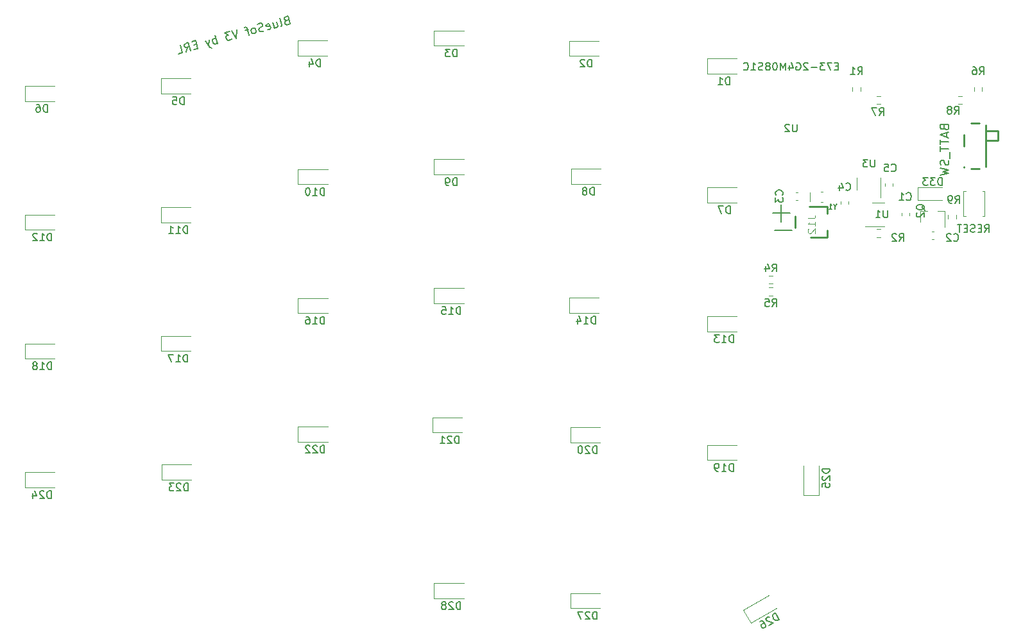
<source format=gbo>
G04 #@! TF.GenerationSoftware,KiCad,Pcbnew,(5.99.0-8557-g8988e46ab1)*
G04 #@! TF.CreationDate,2021-02-20T09:48:14-07:00*
G04 #@! TF.ProjectId,BlueSof,426c7565-536f-4662-9e6b-696361645f70,rev?*
G04 #@! TF.SameCoordinates,PX85099e0PY51bada0*
G04 #@! TF.FileFunction,Legend,Bot*
G04 #@! TF.FilePolarity,Positive*
%FSLAX46Y46*%
G04 Gerber Fmt 4.6, Leading zero omitted, Abs format (unit mm)*
G04 Created by KiCad (PCBNEW (5.99.0-8557-g8988e46ab1)) date 2021-02-20 09:48:14*
%MOMM*%
%LPD*%
G01*
G04 APERTURE LIST*
%ADD10C,0.150000*%
%ADD11C,0.200000*%
%ADD12C,0.015000*%
%ADD13C,0.152000*%
%ADD14C,0.120000*%
%ADD15C,0.254000*%
G04 APERTURE END LIST*
D10*
X52926288Y18108843D02*
X52926288Y15823128D01*
X54069145Y16965985D02*
X51783431Y16965985D01*
X52069145Y14680271D02*
X54354860Y14680271D01*
D11*
X-12376666Y42399214D02*
X-12514897Y42307947D01*
X-12551936Y42243793D01*
X-12575417Y42129044D01*
X-12534746Y41977256D01*
X-12457035Y41889621D01*
X-12392882Y41852582D01*
X-12278133Y41829100D01*
X-11873364Y41937557D01*
X-12158065Y43000076D01*
X-12512237Y42905176D01*
X-12599872Y42827465D01*
X-12636911Y42763312D01*
X-12660393Y42648562D01*
X-12633279Y42547370D01*
X-12555568Y42459735D01*
X-12491415Y42422696D01*
X-12376666Y42399214D01*
X-12022493Y42494115D01*
X-13087670Y41612185D02*
X-13000035Y41689895D01*
X-12976554Y41804645D01*
X-13220583Y42715375D01*
X-14137605Y42090058D02*
X-13947804Y41381713D01*
X-13682240Y42212073D02*
X-13533111Y41655516D01*
X-13556593Y41540766D01*
X-13644228Y41463056D01*
X-13796016Y41422384D01*
X-13910765Y41445866D01*
X-13974919Y41482905D01*
X-14872092Y41188280D02*
X-14757342Y41164798D01*
X-14554958Y41219027D01*
X-14467323Y41296737D01*
X-14443841Y41411486D01*
X-14552298Y41816255D01*
X-14630009Y41903890D01*
X-14744758Y41927372D01*
X-14947143Y41873143D01*
X-15034778Y41795433D01*
X-15058260Y41680683D01*
X-15031145Y41579491D01*
X-14498070Y41613871D01*
X-15327457Y41066265D02*
X-15465688Y40974997D01*
X-15718668Y40907211D01*
X-15833418Y40930693D01*
X-15897571Y40967732D01*
X-15975282Y41055367D01*
X-16002396Y41156559D01*
X-15978914Y41271309D01*
X-15941875Y41335462D01*
X-15854240Y41413172D01*
X-15665413Y41517997D01*
X-15577778Y41595708D01*
X-15540739Y41659861D01*
X-15517257Y41774610D01*
X-15544372Y41875803D01*
X-15622082Y41963438D01*
X-15686235Y42000477D01*
X-15800985Y42023958D01*
X-16053965Y41956172D01*
X-16192197Y41864905D01*
X-16528206Y40690296D02*
X-16440571Y40768007D01*
X-16403532Y40832160D01*
X-16380051Y40946909D01*
X-16461394Y41250486D01*
X-16539104Y41338121D01*
X-16603257Y41375160D01*
X-16718007Y41398642D01*
X-16869795Y41357970D01*
X-16957430Y41280260D01*
X-16994469Y41216106D01*
X-17017951Y41101357D01*
X-16936608Y40797780D01*
X-16858897Y40710145D01*
X-16794744Y40673106D01*
X-16679995Y40649625D01*
X-16528206Y40690296D01*
X-17375756Y41222398D02*
X-17780525Y41113941D01*
X-17337744Y40473381D02*
X-17581773Y41384111D01*
X-17659484Y41471746D01*
X-17774233Y41495228D01*
X-17875426Y41468114D01*
X-18887348Y41196970D02*
X-18956820Y40039551D01*
X-19595694Y41007169D01*
X-19848674Y40939383D02*
X-20506424Y40763140D01*
X-20043793Y40453271D01*
X-20195582Y40412600D01*
X-20283217Y40334889D01*
X-20320256Y40270736D01*
X-20343737Y40155986D01*
X-20275951Y39903006D01*
X-20198241Y39815371D01*
X-20134088Y39778332D01*
X-20019338Y39754850D01*
X-19715761Y39836193D01*
X-19628126Y39913904D01*
X-19591088Y39978057D01*
X-21486625Y39361692D02*
X-21771326Y40424210D01*
X-21662869Y40019441D02*
X-21777618Y40042923D01*
X-21980003Y39988694D01*
X-22067638Y39910984D01*
X-22104677Y39846830D01*
X-22128159Y39732081D01*
X-22046815Y39428504D01*
X-21969105Y39340869D01*
X-21904952Y39303830D01*
X-21790202Y39280349D01*
X-21587818Y39334577D01*
X-21500183Y39412288D01*
X-22536560Y39839565D02*
X-22599740Y39063434D01*
X-23042521Y39703993D02*
X-22599740Y39063434D01*
X-22430762Y38837567D01*
X-22366609Y38800528D01*
X-22251859Y38777047D01*
X-24216156Y39226832D02*
X-24570329Y39131932D01*
X-24572988Y38534703D02*
X-24067027Y38670275D01*
X-24351728Y39732794D01*
X-24857689Y39597222D01*
X-25635507Y38250002D02*
X-25416906Y38850864D01*
X-25028354Y38412689D02*
X-25313054Y39475207D01*
X-25717823Y39366749D01*
X-25805458Y39289039D01*
X-25842497Y39224886D01*
X-25865979Y39110136D01*
X-25825308Y38958348D01*
X-25747597Y38870713D01*
X-25683444Y38833674D01*
X-25568694Y38810192D01*
X-25163925Y38918650D01*
X-26596833Y37992416D02*
X-26090872Y38127988D01*
X-26375573Y39190506D01*
D10*
X27911095Y36247620D02*
X27911095Y37247620D01*
X27673000Y37247620D01*
X27530142Y37200000D01*
X27434904Y37104762D01*
X27387285Y37009524D01*
X27339666Y36819048D01*
X27339666Y36676191D01*
X27387285Y36485715D01*
X27434904Y36390477D01*
X27530142Y36295239D01*
X27673000Y36247620D01*
X27911095Y36247620D01*
X26958714Y37152381D02*
X26911095Y37200000D01*
X26815857Y37247620D01*
X26577761Y37247620D01*
X26482523Y37200000D01*
X26434904Y37152381D01*
X26387285Y37057143D01*
X26387285Y36961905D01*
X26434904Y36819048D01*
X27006333Y36247620D01*
X26387285Y36247620D01*
X10111095Y37597620D02*
X10111095Y38597620D01*
X9873000Y38597620D01*
X9730142Y38550000D01*
X9634904Y38454762D01*
X9587285Y38359524D01*
X9539666Y38169048D01*
X9539666Y38026191D01*
X9587285Y37835715D01*
X9634904Y37740477D01*
X9730142Y37645239D01*
X9873000Y37597620D01*
X10111095Y37597620D01*
X9206333Y38597620D02*
X8587285Y38597620D01*
X8920619Y38216667D01*
X8777761Y38216667D01*
X8682523Y38169048D01*
X8634904Y38121429D01*
X8587285Y38026191D01*
X8587285Y37788096D01*
X8634904Y37692858D01*
X8682523Y37645239D01*
X8777761Y37597620D01*
X9063476Y37597620D01*
X9158714Y37645239D01*
X9206333Y37692858D01*
X-7888905Y36297620D02*
X-7888905Y37297620D01*
X-8127000Y37297620D01*
X-8269858Y37250000D01*
X-8365096Y37154762D01*
X-8412715Y37059524D01*
X-8460334Y36869048D01*
X-8460334Y36726191D01*
X-8412715Y36535715D01*
X-8365096Y36440477D01*
X-8269858Y36345239D01*
X-8127000Y36297620D01*
X-7888905Y36297620D01*
X-9317477Y36964286D02*
X-9317477Y36297620D01*
X-9079381Y37345239D02*
X-8841286Y36630953D01*
X-9460334Y36630953D01*
X-25888905Y31297620D02*
X-25888905Y32297620D01*
X-26127000Y32297620D01*
X-26269858Y32250000D01*
X-26365096Y32154762D01*
X-26412715Y32059524D01*
X-26460334Y31869048D01*
X-26460334Y31726191D01*
X-26412715Y31535715D01*
X-26365096Y31440477D01*
X-26269858Y31345239D01*
X-26127000Y31297620D01*
X-25888905Y31297620D01*
X-27365096Y32297620D02*
X-26888905Y32297620D01*
X-26841286Y31821429D01*
X-26888905Y31869048D01*
X-26984143Y31916667D01*
X-27222239Y31916667D01*
X-27317477Y31869048D01*
X-27365096Y31821429D01*
X-27412715Y31726191D01*
X-27412715Y31488096D01*
X-27365096Y31392858D01*
X-27317477Y31345239D01*
X-27222239Y31297620D01*
X-26984143Y31297620D01*
X-26888905Y31345239D01*
X-26841286Y31392858D01*
X-43888905Y30297620D02*
X-43888905Y31297620D01*
X-44127000Y31297620D01*
X-44269858Y31250000D01*
X-44365096Y31154762D01*
X-44412715Y31059524D01*
X-44460334Y30869048D01*
X-44460334Y30726191D01*
X-44412715Y30535715D01*
X-44365096Y30440477D01*
X-44269858Y30345239D01*
X-44127000Y30297620D01*
X-43888905Y30297620D01*
X-45317477Y31297620D02*
X-45127000Y31297620D01*
X-45031762Y31250000D01*
X-44984143Y31202381D01*
X-44888905Y31059524D01*
X-44841286Y30869048D01*
X-44841286Y30488096D01*
X-44888905Y30392858D01*
X-44936524Y30345239D01*
X-45031762Y30297620D01*
X-45222239Y30297620D01*
X-45317477Y30345239D01*
X-45365096Y30392858D01*
X-45412715Y30488096D01*
X-45412715Y30726191D01*
X-45365096Y30821429D01*
X-45317477Y30869048D01*
X-45222239Y30916667D01*
X-45031762Y30916667D01*
X-44936524Y30869048D01*
X-44888905Y30821429D01*
X-44841286Y30726191D01*
X46161095Y16897620D02*
X46161095Y17897620D01*
X45923000Y17897620D01*
X45780142Y17850000D01*
X45684904Y17754762D01*
X45637285Y17659524D01*
X45589666Y17469048D01*
X45589666Y17326191D01*
X45637285Y17135715D01*
X45684904Y17040477D01*
X45780142Y16945239D01*
X45923000Y16897620D01*
X46161095Y16897620D01*
X45256333Y17897620D02*
X44589666Y17897620D01*
X45018238Y16897620D01*
X28211095Y19347620D02*
X28211095Y20347620D01*
X27973000Y20347620D01*
X27830142Y20300000D01*
X27734904Y20204762D01*
X27687285Y20109524D01*
X27639666Y19919048D01*
X27639666Y19776191D01*
X27687285Y19585715D01*
X27734904Y19490477D01*
X27830142Y19395239D01*
X27973000Y19347620D01*
X28211095Y19347620D01*
X27068238Y19919048D02*
X27163476Y19966667D01*
X27211095Y20014286D01*
X27258714Y20109524D01*
X27258714Y20157143D01*
X27211095Y20252381D01*
X27163476Y20300000D01*
X27068238Y20347620D01*
X26877761Y20347620D01*
X26782523Y20300000D01*
X26734904Y20252381D01*
X26687285Y20157143D01*
X26687285Y20109524D01*
X26734904Y20014286D01*
X26782523Y19966667D01*
X26877761Y19919048D01*
X27068238Y19919048D01*
X27163476Y19871429D01*
X27211095Y19823810D01*
X27258714Y19728572D01*
X27258714Y19538096D01*
X27211095Y19442858D01*
X27163476Y19395239D01*
X27068238Y19347620D01*
X26877761Y19347620D01*
X26782523Y19395239D01*
X26734904Y19442858D01*
X26687285Y19538096D01*
X26687285Y19728572D01*
X26734904Y19823810D01*
X26782523Y19871429D01*
X26877761Y19919048D01*
X10111095Y20597620D02*
X10111095Y21597620D01*
X9873000Y21597620D01*
X9730142Y21550000D01*
X9634904Y21454762D01*
X9587285Y21359524D01*
X9539666Y21169048D01*
X9539666Y21026191D01*
X9587285Y20835715D01*
X9634904Y20740477D01*
X9730142Y20645239D01*
X9873000Y20597620D01*
X10111095Y20597620D01*
X9063476Y20597620D02*
X8873000Y20597620D01*
X8777761Y20645239D01*
X8730142Y20692858D01*
X8634904Y20835715D01*
X8587285Y21026191D01*
X8587285Y21407143D01*
X8634904Y21502381D01*
X8682523Y21550000D01*
X8777761Y21597620D01*
X8968238Y21597620D01*
X9063476Y21550000D01*
X9111095Y21502381D01*
X9158714Y21407143D01*
X9158714Y21169048D01*
X9111095Y21073810D01*
X9063476Y21026191D01*
X8968238Y20978572D01*
X8777761Y20978572D01*
X8682523Y21026191D01*
X8634904Y21073810D01*
X8587285Y21169048D01*
X-7362715Y19297620D02*
X-7362715Y20297620D01*
X-7600810Y20297620D01*
X-7743667Y20250000D01*
X-7838905Y20154762D01*
X-7886524Y20059524D01*
X-7934143Y19869048D01*
X-7934143Y19726191D01*
X-7886524Y19535715D01*
X-7838905Y19440477D01*
X-7743667Y19345239D01*
X-7600810Y19297620D01*
X-7362715Y19297620D01*
X-8886524Y19297620D02*
X-8315096Y19297620D01*
X-8600810Y19297620D02*
X-8600810Y20297620D01*
X-8505572Y20154762D01*
X-8410334Y20059524D01*
X-8315096Y20011905D01*
X-9505572Y20297620D02*
X-9600810Y20297620D01*
X-9696048Y20250000D01*
X-9743667Y20202381D01*
X-9791286Y20107143D01*
X-9838905Y19916667D01*
X-9838905Y19678572D01*
X-9791286Y19488096D01*
X-9743667Y19392858D01*
X-9696048Y19345239D01*
X-9600810Y19297620D01*
X-9505572Y19297620D01*
X-9410334Y19345239D01*
X-9362715Y19392858D01*
X-9315096Y19488096D01*
X-9267477Y19678572D01*
X-9267477Y19916667D01*
X-9315096Y20107143D01*
X-9362715Y20202381D01*
X-9410334Y20250000D01*
X-9505572Y20297620D01*
X-25412715Y14297620D02*
X-25412715Y15297620D01*
X-25650810Y15297620D01*
X-25793667Y15250000D01*
X-25888905Y15154762D01*
X-25936524Y15059524D01*
X-25984143Y14869048D01*
X-25984143Y14726191D01*
X-25936524Y14535715D01*
X-25888905Y14440477D01*
X-25793667Y14345239D01*
X-25650810Y14297620D01*
X-25412715Y14297620D01*
X-26936524Y14297620D02*
X-26365096Y14297620D01*
X-26650810Y14297620D02*
X-26650810Y15297620D01*
X-26555572Y15154762D01*
X-26460334Y15059524D01*
X-26365096Y15011905D01*
X-27888905Y14297620D02*
X-27317477Y14297620D01*
X-27603191Y14297620D02*
X-27603191Y15297620D01*
X-27507953Y15154762D01*
X-27412715Y15059524D01*
X-27317477Y15011905D01*
X-43362715Y13297620D02*
X-43362715Y14297620D01*
X-43600810Y14297620D01*
X-43743667Y14250000D01*
X-43838905Y14154762D01*
X-43886524Y14059524D01*
X-43934143Y13869048D01*
X-43934143Y13726191D01*
X-43886524Y13535715D01*
X-43838905Y13440477D01*
X-43743667Y13345239D01*
X-43600810Y13297620D01*
X-43362715Y13297620D01*
X-44886524Y13297620D02*
X-44315096Y13297620D01*
X-44600810Y13297620D02*
X-44600810Y14297620D01*
X-44505572Y14154762D01*
X-44410334Y14059524D01*
X-44315096Y14011905D01*
X-45267477Y14202381D02*
X-45315096Y14250000D01*
X-45410334Y14297620D01*
X-45648429Y14297620D01*
X-45743667Y14250000D01*
X-45791286Y14202381D01*
X-45838905Y14107143D01*
X-45838905Y14011905D01*
X-45791286Y13869048D01*
X-45219858Y13297620D01*
X-45838905Y13297620D01*
X28387285Y2347620D02*
X28387285Y3347620D01*
X28149190Y3347620D01*
X28006333Y3300000D01*
X27911095Y3204762D01*
X27863476Y3109524D01*
X27815857Y2919048D01*
X27815857Y2776191D01*
X27863476Y2585715D01*
X27911095Y2490477D01*
X28006333Y2395239D01*
X28149190Y2347620D01*
X28387285Y2347620D01*
X26863476Y2347620D02*
X27434904Y2347620D01*
X27149190Y2347620D02*
X27149190Y3347620D01*
X27244428Y3204762D01*
X27339666Y3109524D01*
X27434904Y3061905D01*
X26006333Y3014286D02*
X26006333Y2347620D01*
X26244428Y3395239D02*
X26482523Y2680953D01*
X25863476Y2680953D01*
X10587285Y3597620D02*
X10587285Y4597620D01*
X10349190Y4597620D01*
X10206333Y4550000D01*
X10111095Y4454762D01*
X10063476Y4359524D01*
X10015857Y4169048D01*
X10015857Y4026191D01*
X10063476Y3835715D01*
X10111095Y3740477D01*
X10206333Y3645239D01*
X10349190Y3597620D01*
X10587285Y3597620D01*
X9063476Y3597620D02*
X9634904Y3597620D01*
X9349190Y3597620D02*
X9349190Y4597620D01*
X9444428Y4454762D01*
X9539666Y4359524D01*
X9634904Y4311905D01*
X8158714Y4597620D02*
X8634904Y4597620D01*
X8682523Y4121429D01*
X8634904Y4169048D01*
X8539666Y4216667D01*
X8301571Y4216667D01*
X8206333Y4169048D01*
X8158714Y4121429D01*
X8111095Y4026191D01*
X8111095Y3788096D01*
X8158714Y3692858D01*
X8206333Y3645239D01*
X8301571Y3597620D01*
X8539666Y3597620D01*
X8634904Y3645239D01*
X8682523Y3692858D01*
X-7362715Y2297620D02*
X-7362715Y3297620D01*
X-7600810Y3297620D01*
X-7743667Y3250000D01*
X-7838905Y3154762D01*
X-7886524Y3059524D01*
X-7934143Y2869048D01*
X-7934143Y2726191D01*
X-7886524Y2535715D01*
X-7838905Y2440477D01*
X-7743667Y2345239D01*
X-7600810Y2297620D01*
X-7362715Y2297620D01*
X-8886524Y2297620D02*
X-8315096Y2297620D01*
X-8600810Y2297620D02*
X-8600810Y3297620D01*
X-8505572Y3154762D01*
X-8410334Y3059524D01*
X-8315096Y3011905D01*
X-9743667Y3297620D02*
X-9553191Y3297620D01*
X-9457953Y3250000D01*
X-9410334Y3202381D01*
X-9315096Y3059524D01*
X-9267477Y2869048D01*
X-9267477Y2488096D01*
X-9315096Y2392858D01*
X-9362715Y2345239D01*
X-9457953Y2297620D01*
X-9648429Y2297620D01*
X-9743667Y2345239D01*
X-9791286Y2392858D01*
X-9838905Y2488096D01*
X-9838905Y2726191D01*
X-9791286Y2821429D01*
X-9743667Y2869048D01*
X-9648429Y2916667D01*
X-9457953Y2916667D01*
X-9362715Y2869048D01*
X-9315096Y2821429D01*
X-9267477Y2726191D01*
X-25412715Y-2702380D02*
X-25412715Y-1702380D01*
X-25650810Y-1702380D01*
X-25793667Y-1750000D01*
X-25888905Y-1845238D01*
X-25936524Y-1940476D01*
X-25984143Y-2130952D01*
X-25984143Y-2273809D01*
X-25936524Y-2464285D01*
X-25888905Y-2559523D01*
X-25793667Y-2654761D01*
X-25650810Y-2702380D01*
X-25412715Y-2702380D01*
X-26936524Y-2702380D02*
X-26365096Y-2702380D01*
X-26650810Y-2702380D02*
X-26650810Y-1702380D01*
X-26555572Y-1845238D01*
X-26460334Y-1940476D01*
X-26365096Y-1988095D01*
X-27269858Y-1702380D02*
X-27936524Y-1702380D01*
X-27507953Y-2702380D01*
X-43362715Y-3702380D02*
X-43362715Y-2702380D01*
X-43600810Y-2702380D01*
X-43743667Y-2750000D01*
X-43838905Y-2845238D01*
X-43886524Y-2940476D01*
X-43934143Y-3130952D01*
X-43934143Y-3273809D01*
X-43886524Y-3464285D01*
X-43838905Y-3559523D01*
X-43743667Y-3654761D01*
X-43600810Y-3702380D01*
X-43362715Y-3702380D01*
X-44886524Y-3702380D02*
X-44315096Y-3702380D01*
X-44600810Y-3702380D02*
X-44600810Y-2702380D01*
X-44505572Y-2845238D01*
X-44410334Y-2940476D01*
X-44315096Y-2988095D01*
X-45457953Y-3130952D02*
X-45362715Y-3083333D01*
X-45315096Y-3035714D01*
X-45267477Y-2940476D01*
X-45267477Y-2892857D01*
X-45315096Y-2797619D01*
X-45362715Y-2750000D01*
X-45457953Y-2702380D01*
X-45648429Y-2702380D01*
X-45743667Y-2750000D01*
X-45791286Y-2797619D01*
X-45838905Y-2892857D01*
X-45838905Y-2940476D01*
X-45791286Y-3035714D01*
X-45743667Y-3083333D01*
X-45648429Y-3130952D01*
X-45457953Y-3130952D01*
X-45362715Y-3178571D01*
X-45315096Y-3226190D01*
X-45267477Y-3321428D01*
X-45267477Y-3511904D01*
X-45315096Y-3607142D01*
X-45362715Y-3654761D01*
X-45457953Y-3702380D01*
X-45648429Y-3702380D01*
X-45743667Y-3654761D01*
X-45791286Y-3607142D01*
X-45838905Y-3511904D01*
X-45838905Y-3321428D01*
X-45791286Y-3226190D01*
X-45743667Y-3178571D01*
X-45648429Y-3130952D01*
X46587285Y-17102380D02*
X46587285Y-16102380D01*
X46349190Y-16102380D01*
X46206333Y-16150000D01*
X46111095Y-16245238D01*
X46063476Y-16340476D01*
X46015857Y-16530952D01*
X46015857Y-16673809D01*
X46063476Y-16864285D01*
X46111095Y-16959523D01*
X46206333Y-17054761D01*
X46349190Y-17102380D01*
X46587285Y-17102380D01*
X45063476Y-17102380D02*
X45634904Y-17102380D01*
X45349190Y-17102380D02*
X45349190Y-16102380D01*
X45444428Y-16245238D01*
X45539666Y-16340476D01*
X45634904Y-16388095D01*
X44587285Y-17102380D02*
X44396809Y-17102380D01*
X44301571Y-17054761D01*
X44253952Y-17007142D01*
X44158714Y-16864285D01*
X44111095Y-16673809D01*
X44111095Y-16292857D01*
X44158714Y-16197619D01*
X44206333Y-16150000D01*
X44301571Y-16102380D01*
X44492047Y-16102380D01*
X44587285Y-16150000D01*
X44634904Y-16197619D01*
X44682523Y-16292857D01*
X44682523Y-16530952D01*
X44634904Y-16626190D01*
X44587285Y-16673809D01*
X44492047Y-16721428D01*
X44301571Y-16721428D01*
X44206333Y-16673809D01*
X44158714Y-16626190D01*
X44111095Y-16530952D01*
X28587285Y-14752380D02*
X28587285Y-13752380D01*
X28349190Y-13752380D01*
X28206333Y-13800000D01*
X28111095Y-13895238D01*
X28063476Y-13990476D01*
X28015857Y-14180952D01*
X28015857Y-14323809D01*
X28063476Y-14514285D01*
X28111095Y-14609523D01*
X28206333Y-14704761D01*
X28349190Y-14752380D01*
X28587285Y-14752380D01*
X27634904Y-13847619D02*
X27587285Y-13800000D01*
X27492047Y-13752380D01*
X27253952Y-13752380D01*
X27158714Y-13800000D01*
X27111095Y-13847619D01*
X27063476Y-13942857D01*
X27063476Y-14038095D01*
X27111095Y-14180952D01*
X27682523Y-14752380D01*
X27063476Y-14752380D01*
X26444428Y-13752380D02*
X26349190Y-13752380D01*
X26253952Y-13800000D01*
X26206333Y-13847619D01*
X26158714Y-13942857D01*
X26111095Y-14133333D01*
X26111095Y-14371428D01*
X26158714Y-14561904D01*
X26206333Y-14657142D01*
X26253952Y-14704761D01*
X26349190Y-14752380D01*
X26444428Y-14752380D01*
X26539666Y-14704761D01*
X26587285Y-14657142D01*
X26634904Y-14561904D01*
X26682523Y-14371428D01*
X26682523Y-14133333D01*
X26634904Y-13942857D01*
X26587285Y-13847619D01*
X26539666Y-13800000D01*
X26444428Y-13752380D01*
X10387285Y-13452380D02*
X10387285Y-12452380D01*
X10149190Y-12452380D01*
X10006333Y-12500000D01*
X9911095Y-12595238D01*
X9863476Y-12690476D01*
X9815857Y-12880952D01*
X9815857Y-13023809D01*
X9863476Y-13214285D01*
X9911095Y-13309523D01*
X10006333Y-13404761D01*
X10149190Y-13452380D01*
X10387285Y-13452380D01*
X9434904Y-12547619D02*
X9387285Y-12500000D01*
X9292047Y-12452380D01*
X9053952Y-12452380D01*
X8958714Y-12500000D01*
X8911095Y-12547619D01*
X8863476Y-12642857D01*
X8863476Y-12738095D01*
X8911095Y-12880952D01*
X9482523Y-13452380D01*
X8863476Y-13452380D01*
X7911095Y-13452380D02*
X8482523Y-13452380D01*
X8196809Y-13452380D02*
X8196809Y-12452380D01*
X8292047Y-12595238D01*
X8387285Y-12690476D01*
X8482523Y-12738095D01*
X-7362715Y-14702380D02*
X-7362715Y-13702380D01*
X-7600810Y-13702380D01*
X-7743667Y-13750000D01*
X-7838905Y-13845238D01*
X-7886524Y-13940476D01*
X-7934143Y-14130952D01*
X-7934143Y-14273809D01*
X-7886524Y-14464285D01*
X-7838905Y-14559523D01*
X-7743667Y-14654761D01*
X-7600810Y-14702380D01*
X-7362715Y-14702380D01*
X-8315096Y-13797619D02*
X-8362715Y-13750000D01*
X-8457953Y-13702380D01*
X-8696048Y-13702380D01*
X-8791286Y-13750000D01*
X-8838905Y-13797619D01*
X-8886524Y-13892857D01*
X-8886524Y-13988095D01*
X-8838905Y-14130952D01*
X-8267477Y-14702380D01*
X-8886524Y-14702380D01*
X-9267477Y-13797619D02*
X-9315096Y-13750000D01*
X-9410334Y-13702380D01*
X-9648429Y-13702380D01*
X-9743667Y-13750000D01*
X-9791286Y-13797619D01*
X-9838905Y-13892857D01*
X-9838905Y-13988095D01*
X-9791286Y-14130952D01*
X-9219858Y-14702380D01*
X-9838905Y-14702380D01*
X-25362715Y-19702380D02*
X-25362715Y-18702380D01*
X-25600810Y-18702380D01*
X-25743667Y-18750000D01*
X-25838905Y-18845238D01*
X-25886524Y-18940476D01*
X-25934143Y-19130952D01*
X-25934143Y-19273809D01*
X-25886524Y-19464285D01*
X-25838905Y-19559523D01*
X-25743667Y-19654761D01*
X-25600810Y-19702380D01*
X-25362715Y-19702380D01*
X-26315096Y-18797619D02*
X-26362715Y-18750000D01*
X-26457953Y-18702380D01*
X-26696048Y-18702380D01*
X-26791286Y-18750000D01*
X-26838905Y-18797619D01*
X-26886524Y-18892857D01*
X-26886524Y-18988095D01*
X-26838905Y-19130952D01*
X-26267477Y-19702380D01*
X-26886524Y-19702380D01*
X-27219858Y-18702380D02*
X-27838905Y-18702380D01*
X-27505572Y-19083333D01*
X-27648429Y-19083333D01*
X-27743667Y-19130952D01*
X-27791286Y-19178571D01*
X-27838905Y-19273809D01*
X-27838905Y-19511904D01*
X-27791286Y-19607142D01*
X-27743667Y-19654761D01*
X-27648429Y-19702380D01*
X-27362715Y-19702380D01*
X-27267477Y-19654761D01*
X-27219858Y-19607142D01*
X-43412715Y-20702380D02*
X-43412715Y-19702380D01*
X-43650810Y-19702380D01*
X-43793667Y-19750000D01*
X-43888905Y-19845238D01*
X-43936524Y-19940476D01*
X-43984143Y-20130952D01*
X-43984143Y-20273809D01*
X-43936524Y-20464285D01*
X-43888905Y-20559523D01*
X-43793667Y-20654761D01*
X-43650810Y-20702380D01*
X-43412715Y-20702380D01*
X-44365096Y-19797619D02*
X-44412715Y-19750000D01*
X-44507953Y-19702380D01*
X-44746048Y-19702380D01*
X-44841286Y-19750000D01*
X-44888905Y-19797619D01*
X-44936524Y-19892857D01*
X-44936524Y-19988095D01*
X-44888905Y-20130952D01*
X-44317477Y-20702380D01*
X-44936524Y-20702380D01*
X-45793667Y-20035714D02*
X-45793667Y-20702380D01*
X-45555572Y-19654761D02*
X-45317477Y-20369047D01*
X-45936524Y-20369047D01*
X46587285Y-102380D02*
X46587285Y897620D01*
X46349190Y897620D01*
X46206333Y850000D01*
X46111095Y754762D01*
X46063476Y659524D01*
X46015857Y469048D01*
X46015857Y326191D01*
X46063476Y135715D01*
X46111095Y40477D01*
X46206333Y-54761D01*
X46349190Y-102380D01*
X46587285Y-102380D01*
X45063476Y-102380D02*
X45634904Y-102380D01*
X45349190Y-102380D02*
X45349190Y897620D01*
X45444428Y754762D01*
X45539666Y659524D01*
X45634904Y611905D01*
X44730142Y897620D02*
X44111095Y897620D01*
X44444428Y516667D01*
X44301571Y516667D01*
X44206333Y469048D01*
X44158714Y421429D01*
X44111095Y326191D01*
X44111095Y88096D01*
X44158714Y-7142D01*
X44206333Y-54761D01*
X44301571Y-102380D01*
X44587285Y-102380D01*
X44682523Y-54761D01*
X44730142Y-7142D01*
X28587285Y-36652380D02*
X28587285Y-35652380D01*
X28349190Y-35652380D01*
X28206333Y-35700000D01*
X28111095Y-35795238D01*
X28063476Y-35890476D01*
X28015857Y-36080952D01*
X28015857Y-36223809D01*
X28063476Y-36414285D01*
X28111095Y-36509523D01*
X28206333Y-36604761D01*
X28349190Y-36652380D01*
X28587285Y-36652380D01*
X27634904Y-35747619D02*
X27587285Y-35700000D01*
X27492047Y-35652380D01*
X27253952Y-35652380D01*
X27158714Y-35700000D01*
X27111095Y-35747619D01*
X27063476Y-35842857D01*
X27063476Y-35938095D01*
X27111095Y-36080952D01*
X27682523Y-36652380D01*
X27063476Y-36652380D01*
X26730142Y-35652380D02*
X26063476Y-35652380D01*
X26492047Y-36652380D01*
X52623035Y-36666681D02*
X52123035Y-35800656D01*
X51916839Y-35919703D01*
X51816930Y-36032371D01*
X51782071Y-36162469D01*
X51788451Y-36268757D01*
X51842449Y-36457524D01*
X51913878Y-36581242D01*
X52050355Y-36722389D01*
X52139214Y-36781058D01*
X52269311Y-36815918D01*
X52416839Y-36785729D01*
X52623035Y-36666681D01*
X51345868Y-36359325D02*
X51280819Y-36341895D01*
X51174531Y-36348275D01*
X50968335Y-36467322D01*
X50909666Y-36556181D01*
X50892236Y-36621229D01*
X50898616Y-36727518D01*
X50946235Y-36809996D01*
X51058903Y-36909905D01*
X51839488Y-37119062D01*
X51303377Y-37428586D01*
X50061070Y-36991132D02*
X50226027Y-36895894D01*
X50332315Y-36889514D01*
X50397364Y-36906944D01*
X50551271Y-36983043D01*
X50687749Y-37124190D01*
X50878225Y-37454105D01*
X50884605Y-37560393D01*
X50867175Y-37625442D01*
X50808506Y-37714300D01*
X50643549Y-37809538D01*
X50537260Y-37815918D01*
X50472212Y-37798488D01*
X50383353Y-37739819D01*
X50264306Y-37533623D01*
X50257926Y-37427334D01*
X50275356Y-37362286D01*
X50334025Y-37273427D01*
X50498982Y-37178189D01*
X50605270Y-37171809D01*
X50670319Y-37189239D01*
X50759177Y-37247908D01*
X59325380Y-16785713D02*
X58325380Y-16785713D01*
X58325380Y-17023808D01*
X58373000Y-17166665D01*
X58468238Y-17261903D01*
X58563476Y-17309522D01*
X58753952Y-17357141D01*
X58896809Y-17357141D01*
X59087285Y-17309522D01*
X59182523Y-17261903D01*
X59277761Y-17166665D01*
X59325380Y-17023808D01*
X59325380Y-16785713D01*
X58420619Y-17738094D02*
X58373000Y-17785713D01*
X58325380Y-17880951D01*
X58325380Y-18119046D01*
X58373000Y-18214284D01*
X58420619Y-18261903D01*
X58515857Y-18309522D01*
X58611095Y-18309522D01*
X58753952Y-18261903D01*
X59325380Y-17690475D01*
X59325380Y-18309522D01*
X58325380Y-19214284D02*
X58325380Y-18738094D01*
X58801571Y-18690475D01*
X58753952Y-18738094D01*
X58706333Y-18833332D01*
X58706333Y-19071427D01*
X58753952Y-19166665D01*
X58801571Y-19214284D01*
X58896809Y-19261903D01*
X59134904Y-19261903D01*
X59230142Y-19214284D01*
X59277761Y-19166665D01*
X59325380Y-19071427D01*
X59325380Y-18833332D01*
X59277761Y-18738094D01*
X59230142Y-18690475D01*
X46111095Y33897620D02*
X46111095Y34897620D01*
X45873000Y34897620D01*
X45730142Y34850000D01*
X45634904Y34754762D01*
X45587285Y34659524D01*
X45539666Y34469048D01*
X45539666Y34326191D01*
X45587285Y34135715D01*
X45634904Y34040477D01*
X45730142Y33945239D01*
X45873000Y33897620D01*
X46111095Y33897620D01*
X44587285Y33897620D02*
X45158714Y33897620D01*
X44873000Y33897620D02*
X44873000Y34897620D01*
X44968238Y34754762D01*
X45063476Y34659524D01*
X45158714Y34611905D01*
X10587285Y-35352380D02*
X10587285Y-34352380D01*
X10349190Y-34352380D01*
X10206333Y-34400000D01*
X10111095Y-34495238D01*
X10063476Y-34590476D01*
X10015857Y-34780952D01*
X10015857Y-34923809D01*
X10063476Y-35114285D01*
X10111095Y-35209523D01*
X10206333Y-35304761D01*
X10349190Y-35352380D01*
X10587285Y-35352380D01*
X9634904Y-34447619D02*
X9587285Y-34400000D01*
X9492047Y-34352380D01*
X9253952Y-34352380D01*
X9158714Y-34400000D01*
X9111095Y-34447619D01*
X9063476Y-34542857D01*
X9063476Y-34638095D01*
X9111095Y-34780952D01*
X9682523Y-35352380D01*
X9063476Y-35352380D01*
X8492047Y-34780952D02*
X8587285Y-34733333D01*
X8634904Y-34685714D01*
X8682523Y-34590476D01*
X8682523Y-34542857D01*
X8634904Y-34447619D01*
X8587285Y-34400000D01*
X8492047Y-34352380D01*
X8301571Y-34352380D01*
X8206333Y-34400000D01*
X8158714Y-34447619D01*
X8111095Y-34542857D01*
X8111095Y-34590476D01*
X8158714Y-34685714D01*
X8206333Y-34733333D01*
X8301571Y-34780952D01*
X8492047Y-34780952D01*
X8587285Y-34828571D01*
X8634904Y-34876190D01*
X8682523Y-34971428D01*
X8682523Y-35161904D01*
X8634904Y-35257142D01*
X8587285Y-35304761D01*
X8492047Y-35352380D01*
X8301571Y-35352380D01*
X8206333Y-35304761D01*
X8158714Y-35257142D01*
X8111095Y-35161904D01*
X8111095Y-34971428D01*
X8158714Y-34876190D01*
X8206333Y-34828571D01*
X8301571Y-34780952D01*
X67439666Y22542858D02*
X67487285Y22495239D01*
X67630142Y22447620D01*
X67725380Y22447620D01*
X67868238Y22495239D01*
X67963476Y22590477D01*
X68011095Y22685715D01*
X68058714Y22876191D01*
X68058714Y23019048D01*
X68011095Y23209524D01*
X67963476Y23304762D01*
X67868238Y23400000D01*
X67725380Y23447620D01*
X67630142Y23447620D01*
X67487285Y23400000D01*
X67439666Y23352381D01*
X66534904Y23447620D02*
X67011095Y23447620D01*
X67058714Y22971429D01*
X67011095Y23019048D01*
X66915857Y23066667D01*
X66677761Y23066667D01*
X66582523Y23019048D01*
X66534904Y22971429D01*
X66487285Y22876191D01*
X66487285Y22638096D01*
X66534904Y22542858D01*
X66582523Y22495239D01*
X66677761Y22447620D01*
X66915857Y22447620D01*
X67011095Y22495239D01*
X67058714Y22542858D01*
X61439666Y20042858D02*
X61487285Y19995239D01*
X61630142Y19947620D01*
X61725380Y19947620D01*
X61868238Y19995239D01*
X61963476Y20090477D01*
X62011095Y20185715D01*
X62058714Y20376191D01*
X62058714Y20519048D01*
X62011095Y20709524D01*
X61963476Y20804762D01*
X61868238Y20900000D01*
X61725380Y20947620D01*
X61630142Y20947620D01*
X61487285Y20900000D01*
X61439666Y20852381D01*
X60582523Y20614286D02*
X60582523Y19947620D01*
X60820619Y20995239D02*
X61058714Y20280953D01*
X60439666Y20280953D01*
X69439665Y18742858D02*
X69487284Y18695239D01*
X69630141Y18647620D01*
X69725379Y18647620D01*
X69868237Y18695239D01*
X69963475Y18790477D01*
X70011094Y18885715D01*
X70058713Y19076191D01*
X70058713Y19219048D01*
X70011094Y19409524D01*
X69963475Y19504762D01*
X69868237Y19600000D01*
X69725379Y19647620D01*
X69630141Y19647620D01*
X69487284Y19600000D01*
X69439665Y19552381D01*
X68487284Y18647620D02*
X69058713Y18647620D01*
X68772999Y18647620D02*
X68772999Y19647620D01*
X68868237Y19504762D01*
X68963475Y19409524D01*
X69058713Y19361905D01*
X75666666Y13342858D02*
X75714285Y13295239D01*
X75857142Y13247620D01*
X75952380Y13247620D01*
X76095238Y13295239D01*
X76190476Y13390477D01*
X76238095Y13485715D01*
X76285714Y13676191D01*
X76285714Y13819048D01*
X76238095Y14009524D01*
X76190476Y14104762D01*
X76095238Y14200000D01*
X75952380Y14247620D01*
X75857142Y14247620D01*
X75714285Y14200000D01*
X75666666Y14152381D01*
X75285714Y14152381D02*
X75238095Y14200000D01*
X75142857Y14247620D01*
X74904761Y14247620D01*
X74809523Y14200000D01*
X74761904Y14152381D01*
X74714285Y14057143D01*
X74714285Y13961905D01*
X74761904Y13819048D01*
X75333333Y13247620D01*
X74714285Y13247620D01*
X71840619Y17355239D02*
X71793000Y17450477D01*
X71697761Y17545715D01*
X71554904Y17688572D01*
X71507285Y17783810D01*
X71507285Y17879048D01*
X71745380Y17831429D02*
X71697761Y17926667D01*
X71602523Y18021905D01*
X71412047Y18069524D01*
X71078714Y18069524D01*
X70888238Y18021905D01*
X70793000Y17926667D01*
X70745380Y17831429D01*
X70745380Y17640953D01*
X70793000Y17545715D01*
X70888238Y17450477D01*
X71078714Y17402858D01*
X71412047Y17402858D01*
X71602523Y17450477D01*
X71697761Y17545715D01*
X71745380Y17640953D01*
X71745380Y17831429D01*
X70840619Y17021905D02*
X70793000Y16974286D01*
X70745380Y16879048D01*
X70745380Y16640953D01*
X70793000Y16545715D01*
X70840619Y16498096D01*
X70935857Y16450477D01*
X71031095Y16450477D01*
X71173952Y16498096D01*
X71745380Y17069524D01*
X71745380Y16450477D01*
X68466666Y13247620D02*
X68800000Y13723810D01*
X69038095Y13247620D02*
X69038095Y14247620D01*
X68657142Y14247620D01*
X68561904Y14200000D01*
X68514285Y14152381D01*
X68466666Y14057143D01*
X68466666Y13914286D01*
X68514285Y13819048D01*
X68561904Y13771429D01*
X68657142Y13723810D01*
X69038095Y13723810D01*
X68085714Y14152381D02*
X68038095Y14200000D01*
X67942857Y14247620D01*
X67704761Y14247620D01*
X67609523Y14200000D01*
X67561904Y14152381D01*
X67514285Y14057143D01*
X67514285Y13961905D01*
X67561904Y13819048D01*
X68133333Y13247620D01*
X67514285Y13247620D01*
X51727165Y9247620D02*
X52060499Y9723810D01*
X52298594Y9247620D02*
X52298594Y10247620D01*
X51917641Y10247620D01*
X51822403Y10200000D01*
X51774784Y10152381D01*
X51727165Y10057143D01*
X51727165Y9914286D01*
X51774784Y9819048D01*
X51822403Y9771429D01*
X51917641Y9723810D01*
X52298594Y9723810D01*
X50870022Y9914286D02*
X50870022Y9247620D01*
X51108118Y10295239D02*
X51346213Y9580953D01*
X50727165Y9580953D01*
X51714667Y4647620D02*
X52048001Y5123810D01*
X52286096Y4647620D02*
X52286096Y5647620D01*
X51905143Y5647620D01*
X51809905Y5600000D01*
X51762286Y5552381D01*
X51714667Y5457143D01*
X51714667Y5314286D01*
X51762286Y5219048D01*
X51809905Y5171429D01*
X51905143Y5123810D01*
X52286096Y5123810D01*
X50809905Y5647620D02*
X51286096Y5647620D01*
X51333715Y5171429D01*
X51286096Y5219048D01*
X51190858Y5266667D01*
X50952762Y5266667D01*
X50857524Y5219048D01*
X50809905Y5171429D01*
X50762286Y5076191D01*
X50762286Y4838096D01*
X50809905Y4742858D01*
X50857524Y4695239D01*
X50952762Y4647620D01*
X51190858Y4647620D01*
X51286096Y4695239D01*
X51333715Y4742858D01*
X65866666Y29847620D02*
X66200000Y30323810D01*
X66438095Y29847620D02*
X66438095Y30847620D01*
X66057142Y30847620D01*
X65961904Y30800000D01*
X65914285Y30752381D01*
X65866666Y30657143D01*
X65866666Y30514286D01*
X65914285Y30419048D01*
X65961904Y30371429D01*
X66057142Y30323810D01*
X66438095Y30323810D01*
X65533333Y30847620D02*
X64866666Y30847620D01*
X65295238Y29847620D01*
X75766666Y30047620D02*
X76100000Y30523810D01*
X76338095Y30047620D02*
X76338095Y31047620D01*
X75957142Y31047620D01*
X75861904Y31000000D01*
X75814285Y30952381D01*
X75766666Y30857143D01*
X75766666Y30714286D01*
X75814285Y30619048D01*
X75861904Y30571429D01*
X75957142Y30523810D01*
X76338095Y30523810D01*
X75195238Y30619048D02*
X75290476Y30666667D01*
X75338095Y30714286D01*
X75385714Y30809524D01*
X75385714Y30857143D01*
X75338095Y30952381D01*
X75290476Y31000000D01*
X75195238Y31047620D01*
X75004761Y31047620D01*
X74909523Y31000000D01*
X74861904Y30952381D01*
X74814285Y30857143D01*
X74814285Y30809524D01*
X74861904Y30714286D01*
X74909523Y30666667D01*
X75004761Y30619048D01*
X75195238Y30619048D01*
X75290476Y30571429D01*
X75338095Y30523810D01*
X75385714Y30428572D01*
X75385714Y30238096D01*
X75338095Y30142858D01*
X75290476Y30095239D01*
X75195238Y30047620D01*
X75004761Y30047620D01*
X74909523Y30095239D01*
X74861904Y30142858D01*
X74814285Y30238096D01*
X74814285Y30428572D01*
X74861904Y30523810D01*
X74909523Y30571429D01*
X75004761Y30619048D01*
X75866666Y18247620D02*
X76200000Y18723810D01*
X76438095Y18247620D02*
X76438095Y19247620D01*
X76057142Y19247620D01*
X75961904Y19200000D01*
X75914285Y19152381D01*
X75866666Y19057143D01*
X75866666Y18914286D01*
X75914285Y18819048D01*
X75961904Y18771429D01*
X76057142Y18723810D01*
X76438095Y18723810D01*
X75390476Y18247620D02*
X75200000Y18247620D01*
X75104761Y18295239D01*
X75057142Y18342858D01*
X74961904Y18485715D01*
X74914285Y18676191D01*
X74914285Y19057143D01*
X74961904Y19152381D01*
X75009523Y19200000D01*
X75104761Y19247620D01*
X75295238Y19247620D01*
X75390476Y19200000D01*
X75438095Y19152381D01*
X75485714Y19057143D01*
X75485714Y18819048D01*
X75438095Y18723810D01*
X75390476Y18676191D01*
X75295238Y18628572D01*
X75104761Y18628572D01*
X75009523Y18676191D01*
X74961904Y18723810D01*
X74914285Y18819048D01*
X79752380Y14447620D02*
X80085714Y14923810D01*
X80323809Y14447620D02*
X80323809Y15447620D01*
X79942857Y15447620D01*
X79847619Y15400000D01*
X79800000Y15352381D01*
X79752380Y15257143D01*
X79752380Y15114286D01*
X79800000Y15019048D01*
X79847619Y14971429D01*
X79942857Y14923810D01*
X80323809Y14923810D01*
X79323809Y14971429D02*
X78990476Y14971429D01*
X78847619Y14447620D02*
X79323809Y14447620D01*
X79323809Y15447620D01*
X78847619Y15447620D01*
X78466666Y14495239D02*
X78323809Y14447620D01*
X78085714Y14447620D01*
X77990476Y14495239D01*
X77942857Y14542858D01*
X77895238Y14638096D01*
X77895238Y14733334D01*
X77942857Y14828572D01*
X77990476Y14876191D01*
X78085714Y14923810D01*
X78276190Y14971429D01*
X78371428Y15019048D01*
X78419047Y15066667D01*
X78466666Y15161905D01*
X78466666Y15257143D01*
X78419047Y15352381D01*
X78371428Y15400000D01*
X78276190Y15447620D01*
X78038095Y15447620D01*
X77895238Y15400000D01*
X77466666Y14971429D02*
X77133333Y14971429D01*
X76990476Y14447620D02*
X77466666Y14447620D01*
X77466666Y15447620D01*
X76990476Y15447620D01*
X76704761Y15447620D02*
X76133333Y15447620D01*
X76419047Y14447620D02*
X76419047Y15447620D01*
X66961904Y17347620D02*
X66961904Y16538096D01*
X66914285Y16442858D01*
X66866666Y16395239D01*
X66771428Y16347620D01*
X66580952Y16347620D01*
X66485714Y16395239D01*
X66438095Y16442858D01*
X66390476Y16538096D01*
X66390476Y17347620D01*
X65390476Y16347620D02*
X65961904Y16347620D01*
X65676190Y16347620D02*
X65676190Y17347620D01*
X65771428Y17204762D01*
X65866666Y17109524D01*
X65961904Y17061905D01*
X65261904Y24047620D02*
X65261904Y23238096D01*
X65214285Y23142858D01*
X65166666Y23095239D01*
X65071428Y23047620D01*
X64880952Y23047620D01*
X64785714Y23095239D01*
X64738095Y23142858D01*
X64690476Y23238096D01*
X64690476Y24047620D01*
X64309523Y24047620D02*
X63690476Y24047620D01*
X64023809Y23666667D01*
X63880952Y23666667D01*
X63785714Y23619048D01*
X63738095Y23571429D01*
X63690476Y23476191D01*
X63690476Y23238096D01*
X63738095Y23142858D01*
X63785714Y23095239D01*
X63880952Y23047620D01*
X64166666Y23047620D01*
X64261904Y23095239D01*
X64309523Y23142858D01*
X60033333Y17816667D02*
X60033333Y17483334D01*
X60266666Y18183334D02*
X60033333Y17816667D01*
X59800000Y18183334D01*
X59200000Y17483334D02*
X59600000Y17483334D01*
X59400000Y17483334D02*
X59400000Y18183334D01*
X59466666Y18083334D01*
X59533333Y18016667D01*
X59600000Y17983334D01*
X53057142Y19366667D02*
X53104761Y19414286D01*
X53152380Y19557143D01*
X53152380Y19652381D01*
X53104761Y19795239D01*
X53009523Y19890477D01*
X52914285Y19938096D01*
X52723809Y19985715D01*
X52580952Y19985715D01*
X52390476Y19938096D01*
X52295238Y19890477D01*
X52200000Y19795239D01*
X52152380Y19652381D01*
X52152380Y19557143D01*
X52200000Y19414286D01*
X52247619Y19366667D01*
X52152380Y19033334D02*
X52152380Y18414286D01*
X52533333Y18747620D01*
X52533333Y18604762D01*
X52580952Y18509524D01*
X52628571Y18461905D01*
X52723809Y18414286D01*
X52961904Y18414286D01*
X53057142Y18461905D01*
X53104761Y18509524D01*
X53152380Y18604762D01*
X53152380Y18890477D01*
X53104761Y18985715D01*
X53057142Y19033334D01*
X79066666Y35247620D02*
X79400000Y35723810D01*
X79638095Y35247620D02*
X79638095Y36247620D01*
X79257142Y36247620D01*
X79161904Y36200000D01*
X79114285Y36152381D01*
X79066666Y36057143D01*
X79066666Y35914286D01*
X79114285Y35819048D01*
X79161904Y35771429D01*
X79257142Y35723810D01*
X79638095Y35723810D01*
X78209523Y36247620D02*
X78400000Y36247620D01*
X78495238Y36200000D01*
X78542857Y36152381D01*
X78638095Y36009524D01*
X78685714Y35819048D01*
X78685714Y35438096D01*
X78638095Y35342858D01*
X78590476Y35295239D01*
X78495238Y35247620D01*
X78304761Y35247620D01*
X78209523Y35295239D01*
X78161904Y35342858D01*
X78114285Y35438096D01*
X78114285Y35676191D01*
X78161904Y35771429D01*
X78209523Y35819048D01*
X78304761Y35866667D01*
X78495238Y35866667D01*
X78590476Y35819048D01*
X78638095Y35771429D01*
X78685714Y35676191D01*
X54974416Y28694395D02*
X54974416Y27884871D01*
X54926797Y27789633D01*
X54879178Y27742014D01*
X54783940Y27694395D01*
X54593464Y27694395D01*
X54498226Y27742014D01*
X54450607Y27789633D01*
X54402988Y27884871D01*
X54402988Y28694395D01*
X53974416Y28599156D02*
X53926797Y28646775D01*
X53831559Y28694395D01*
X53593464Y28694395D01*
X53498226Y28646775D01*
X53450607Y28599156D01*
X53402988Y28503918D01*
X53402988Y28408680D01*
X53450607Y28265823D01*
X54022035Y27694395D01*
X53402988Y27694395D01*
X60426330Y36346429D02*
X60092997Y36346429D01*
X59950140Y35822620D02*
X60426330Y35822620D01*
X60426330Y36822620D01*
X59950140Y36822620D01*
X59616806Y36822620D02*
X58950140Y36822620D01*
X59378711Y35822620D01*
X58664425Y36822620D02*
X58045378Y36822620D01*
X58378711Y36441667D01*
X58235854Y36441667D01*
X58140616Y36394048D01*
X58092997Y36346429D01*
X58045378Y36251191D01*
X58045378Y36013096D01*
X58092997Y35917858D01*
X58140616Y35870239D01*
X58235854Y35822620D01*
X58521568Y35822620D01*
X58616806Y35870239D01*
X58664425Y35917858D01*
X57616806Y36203572D02*
X56854902Y36203572D01*
X56426330Y36727381D02*
X56378711Y36775000D01*
X56283473Y36822620D01*
X56045378Y36822620D01*
X55950140Y36775000D01*
X55902521Y36727381D01*
X55854902Y36632143D01*
X55854902Y36536905D01*
X55902521Y36394048D01*
X56473949Y35822620D01*
X55854902Y35822620D01*
X54902521Y36775000D02*
X54997759Y36822620D01*
X55140616Y36822620D01*
X55283473Y36775000D01*
X55378711Y36679762D01*
X55426330Y36584524D01*
X55473949Y36394048D01*
X55473949Y36251191D01*
X55426330Y36060715D01*
X55378711Y35965477D01*
X55283473Y35870239D01*
X55140616Y35822620D01*
X55045378Y35822620D01*
X54902521Y35870239D01*
X54854902Y35917858D01*
X54854902Y36251191D01*
X55045378Y36251191D01*
X53997759Y36489286D02*
X53997759Y35822620D01*
X54235854Y36870239D02*
X54473949Y36155953D01*
X53854902Y36155953D01*
X53473949Y35822620D02*
X53473949Y36822620D01*
X53140616Y36108334D01*
X52807283Y36822620D01*
X52807283Y35822620D01*
X52140616Y36822620D02*
X52045378Y36822620D01*
X51950140Y36775000D01*
X51902521Y36727381D01*
X51854902Y36632143D01*
X51807283Y36441667D01*
X51807283Y36203572D01*
X51854902Y36013096D01*
X51902521Y35917858D01*
X51950140Y35870239D01*
X52045378Y35822620D01*
X52140616Y35822620D01*
X52235854Y35870239D01*
X52283473Y35917858D01*
X52331092Y36013096D01*
X52378711Y36203572D01*
X52378711Y36441667D01*
X52331092Y36632143D01*
X52283473Y36727381D01*
X52235854Y36775000D01*
X52140616Y36822620D01*
X51235854Y36394048D02*
X51331092Y36441667D01*
X51378711Y36489286D01*
X51426330Y36584524D01*
X51426330Y36632143D01*
X51378711Y36727381D01*
X51331092Y36775000D01*
X51235854Y36822620D01*
X51045378Y36822620D01*
X50950140Y36775000D01*
X50902521Y36727381D01*
X50854902Y36632143D01*
X50854902Y36584524D01*
X50902521Y36489286D01*
X50950140Y36441667D01*
X51045378Y36394048D01*
X51235854Y36394048D01*
X51331092Y36346429D01*
X51378711Y36298810D01*
X51426330Y36203572D01*
X51426330Y36013096D01*
X51378711Y35917858D01*
X51331092Y35870239D01*
X51235854Y35822620D01*
X51045378Y35822620D01*
X50950140Y35870239D01*
X50902521Y35917858D01*
X50854902Y36013096D01*
X50854902Y36203572D01*
X50902521Y36298810D01*
X50950140Y36346429D01*
X51045378Y36394048D01*
X50473949Y35870239D02*
X50331092Y35822620D01*
X50092997Y35822620D01*
X49997759Y35870239D01*
X49950140Y35917858D01*
X49902521Y36013096D01*
X49902521Y36108334D01*
X49950140Y36203572D01*
X49997759Y36251191D01*
X50092997Y36298810D01*
X50283473Y36346429D01*
X50378711Y36394048D01*
X50426330Y36441667D01*
X50473949Y36536905D01*
X50473949Y36632143D01*
X50426330Y36727381D01*
X50378711Y36775000D01*
X50283473Y36822620D01*
X50045378Y36822620D01*
X49902521Y36775000D01*
X48950140Y35822620D02*
X49521568Y35822620D01*
X49235854Y35822620D02*
X49235854Y36822620D01*
X49331092Y36679762D01*
X49426330Y36584524D01*
X49521568Y36536905D01*
X47950140Y35917858D02*
X47997759Y35870239D01*
X48140616Y35822620D01*
X48235854Y35822620D01*
X48378711Y35870239D01*
X48473949Y35965477D01*
X48521568Y36060715D01*
X48569187Y36251191D01*
X48569187Y36394048D01*
X48521568Y36584524D01*
X48473949Y36679762D01*
X48378711Y36775000D01*
X48235854Y36822620D01*
X48140616Y36822620D01*
X47997759Y36775000D01*
X47950140Y36727381D01*
X74114285Y20647620D02*
X74114285Y21647620D01*
X73876190Y21647620D01*
X73733333Y21600000D01*
X73638095Y21504762D01*
X73590476Y21409524D01*
X73542857Y21219048D01*
X73542857Y21076191D01*
X73590476Y20885715D01*
X73638095Y20790477D01*
X73733333Y20695239D01*
X73876190Y20647620D01*
X74114285Y20647620D01*
X73209523Y21647620D02*
X72590476Y21647620D01*
X72923809Y21266667D01*
X72780952Y21266667D01*
X72685714Y21219048D01*
X72638095Y21171429D01*
X72590476Y21076191D01*
X72590476Y20838096D01*
X72638095Y20742858D01*
X72685714Y20695239D01*
X72780952Y20647620D01*
X73066666Y20647620D01*
X73161904Y20695239D01*
X73209523Y20742858D01*
X72257142Y21647620D02*
X71638095Y21647620D01*
X71971428Y21266667D01*
X71828571Y21266667D01*
X71733333Y21219048D01*
X71685714Y21171429D01*
X71638095Y21076191D01*
X71638095Y20838096D01*
X71685714Y20742858D01*
X71733333Y20695239D01*
X71828571Y20647620D01*
X72114285Y20647620D01*
X72209523Y20695239D01*
X72257142Y20742858D01*
X63014666Y35247620D02*
X63348000Y35723810D01*
X63586095Y35247620D02*
X63586095Y36247620D01*
X63205142Y36247620D01*
X63109904Y36200000D01*
X63062285Y36152381D01*
X63014666Y36057143D01*
X63014666Y35914286D01*
X63062285Y35819048D01*
X63109904Y35771429D01*
X63205142Y35723810D01*
X63586095Y35723810D01*
X62062285Y35247620D02*
X62633714Y35247620D01*
X62348000Y35247620D02*
X62348000Y36247620D01*
X62443238Y36104762D01*
X62538476Y36009524D01*
X62633714Y35961905D01*
D12*
X56408058Y16264675D02*
X57124116Y16264675D01*
X57267327Y16312412D01*
X57362801Y16407886D01*
X57410538Y16551098D01*
X57410538Y16646572D01*
X57410538Y15262195D02*
X57410538Y15835041D01*
X57410538Y15548618D02*
X56408058Y15548618D01*
X56551270Y15644092D01*
X56646744Y15739566D01*
X56694481Y15835041D01*
X56503533Y14880298D02*
X56455796Y14832561D01*
X56408058Y14737086D01*
X56408058Y14498401D01*
X56455796Y14402926D01*
X56503533Y14355189D01*
X56599007Y14307452D01*
X56694481Y14307452D01*
X56837693Y14355189D01*
X57410538Y14928035D01*
X57410538Y14307452D01*
D13*
X74418357Y28248058D02*
X74472785Y28084772D01*
X74527214Y28030343D01*
X74636071Y27975915D01*
X74799357Y27975915D01*
X74908214Y28030343D01*
X74962642Y28084772D01*
X75017071Y28193629D01*
X75017071Y28629058D01*
X73874071Y28629058D01*
X73874071Y28248058D01*
X73928500Y28139200D01*
X73982928Y28084772D01*
X74091785Y28030343D01*
X74200642Y28030343D01*
X74309500Y28084772D01*
X74363928Y28139200D01*
X74418357Y28248058D01*
X74418357Y28629058D01*
X74690500Y27540486D02*
X74690500Y26996200D01*
X75017071Y27649343D02*
X73874071Y27268343D01*
X75017071Y26887343D01*
X73874071Y26669629D02*
X73874071Y26016486D01*
X75017071Y26343058D02*
X73874071Y26343058D01*
X73874071Y25798772D02*
X73874071Y25145629D01*
X75017071Y25472200D02*
X73874071Y25472200D01*
X75125928Y25036772D02*
X75125928Y24165915D01*
X74962642Y23948200D02*
X75017071Y23784915D01*
X75017071Y23512772D01*
X74962642Y23403915D01*
X74908214Y23349486D01*
X74799357Y23295058D01*
X74690500Y23295058D01*
X74581642Y23349486D01*
X74527214Y23403915D01*
X74472785Y23512772D01*
X74418357Y23730486D01*
X74363928Y23839343D01*
X74309500Y23893772D01*
X74200642Y23948200D01*
X74091785Y23948200D01*
X73982928Y23893772D01*
X73928500Y23839343D01*
X73874071Y23730486D01*
X73874071Y23458343D01*
X73928500Y23295058D01*
X73874071Y22914058D02*
X75017071Y22641915D01*
X74200642Y22424200D01*
X75017071Y22206486D01*
X73874071Y21934343D01*
D14*
X24923000Y37700000D02*
X24923000Y39700000D01*
X24923000Y37700000D02*
X28823000Y37700000D01*
X24923000Y39700000D02*
X28823000Y39700000D01*
X7123000Y41050000D02*
X11023000Y41050000D01*
X7123000Y39050000D02*
X7123000Y41050000D01*
X7123000Y39050000D02*
X11023000Y39050000D01*
X-10877000Y37750000D02*
X-6977000Y37750000D01*
X-10877000Y39750000D02*
X-6977000Y39750000D01*
X-10877000Y37750000D02*
X-10877000Y39750000D01*
X-28877000Y32750000D02*
X-24977000Y32750000D01*
X-28877000Y34750000D02*
X-24977000Y34750000D01*
X-28877000Y32750000D02*
X-28877000Y34750000D01*
X-46877000Y31750000D02*
X-46877000Y33750000D01*
X-46877000Y33750000D02*
X-42977000Y33750000D01*
X-46877000Y31750000D02*
X-42977000Y31750000D01*
X43173000Y18350000D02*
X47073000Y18350000D01*
X43173000Y20350000D02*
X47073000Y20350000D01*
X43173000Y18350000D02*
X43173000Y20350000D01*
X25223000Y20800000D02*
X25223000Y22800000D01*
X25223000Y20800000D02*
X29123000Y20800000D01*
X25223000Y22800000D02*
X29123000Y22800000D01*
X7123000Y24050000D02*
X11023000Y24050000D01*
X7123000Y22050000D02*
X7123000Y24050000D01*
X7123000Y22050000D02*
X11023000Y22050000D01*
X-10827000Y20750000D02*
X-10827000Y22750000D01*
X-10827000Y22750000D02*
X-6927000Y22750000D01*
X-10827000Y20750000D02*
X-6927000Y20750000D01*
X-28877000Y17750000D02*
X-24977000Y17750000D01*
X-28877000Y15750000D02*
X-24977000Y15750000D01*
X-28877000Y15750000D02*
X-28877000Y17750000D01*
X-46827000Y16750000D02*
X-42927000Y16750000D01*
X-46827000Y14750000D02*
X-46827000Y16750000D01*
X-46827000Y14750000D02*
X-42927000Y14750000D01*
X24923000Y3800000D02*
X24923000Y5800000D01*
X24923000Y5800000D02*
X28823000Y5800000D01*
X24923000Y3800000D02*
X28823000Y3800000D01*
X7123000Y7050000D02*
X11023000Y7050000D01*
X7123000Y5050000D02*
X7123000Y7050000D01*
X7123000Y5050000D02*
X11023000Y5050000D01*
X-10827000Y5750000D02*
X-6927000Y5750000D01*
X-10827000Y3750000D02*
X-10827000Y5750000D01*
X-10827000Y3750000D02*
X-6927000Y3750000D01*
X-28877000Y750000D02*
X-24977000Y750000D01*
X-28877000Y-1250000D02*
X-28877000Y750000D01*
X-28877000Y-1250000D02*
X-24977000Y-1250000D01*
X-46827000Y-2250000D02*
X-42927000Y-2250000D01*
X-46827000Y-250000D02*
X-42927000Y-250000D01*
X-46827000Y-2250000D02*
X-46827000Y-250000D01*
X43123000Y-15650000D02*
X47023000Y-15650000D01*
X43123000Y-15650000D02*
X43123000Y-13650000D01*
X43123000Y-13650000D02*
X47023000Y-13650000D01*
X25123000Y-13300000D02*
X25123000Y-11300000D01*
X25123000Y-13300000D02*
X29023000Y-13300000D01*
X25123000Y-11300000D02*
X29023000Y-11300000D01*
X6923000Y-10000000D02*
X10823000Y-10000000D01*
X6923000Y-12000000D02*
X6923000Y-10000000D01*
X6923000Y-12000000D02*
X10823000Y-12000000D01*
X-10827000Y-13250000D02*
X-10827000Y-11250000D01*
X-10827000Y-13250000D02*
X-6927000Y-13250000D01*
X-10827000Y-11250000D02*
X-6927000Y-11250000D01*
X-28827000Y-18250000D02*
X-28827000Y-16250000D01*
X-28827000Y-18250000D02*
X-24927000Y-18250000D01*
X-28827000Y-16250000D02*
X-24927000Y-16250000D01*
X-46877000Y-17250000D02*
X-42977000Y-17250000D01*
X-46877000Y-19250000D02*
X-42977000Y-19250000D01*
X-46877000Y-19250000D02*
X-46877000Y-17250000D01*
X43123000Y3350000D02*
X47023000Y3350000D01*
X43123000Y1350000D02*
X43123000Y3350000D01*
X43123000Y1350000D02*
X47023000Y1350000D01*
X25123000Y-35200000D02*
X29023000Y-35200000D01*
X25123000Y-35200000D02*
X25123000Y-33200000D01*
X25123000Y-33200000D02*
X29023000Y-33200000D01*
X48896686Y-37141025D02*
X52274185Y-35191025D01*
X47896686Y-35408975D02*
X51274185Y-33458975D01*
X48896686Y-37141025D02*
X47896686Y-35408975D01*
X57873000Y-20249999D02*
X57873000Y-16349999D01*
X55873000Y-20249999D02*
X55873000Y-16349999D01*
X57873000Y-20249999D02*
X55873000Y-20249999D01*
X43123000Y35350000D02*
X43123000Y37350000D01*
X43123000Y37350000D02*
X47023000Y37350000D01*
X43123000Y35350000D02*
X47023000Y35350000D01*
X7123000Y-31900000D02*
X11023000Y-31900000D01*
X7123000Y-33900000D02*
X11023000Y-33900000D01*
X7123000Y-33900000D02*
X7123000Y-31900000D01*
X67583000Y20846267D02*
X67583000Y20553733D01*
X66563000Y20846267D02*
X66563000Y20553733D01*
X60763000Y18191233D02*
X60763000Y18483767D01*
X61783000Y18191233D02*
X61783000Y18483767D01*
X68763000Y16653733D02*
X68763000Y16946267D01*
X69783000Y16653733D02*
X69783000Y16946267D01*
X72764233Y14510000D02*
X73056767Y14510000D01*
X72764233Y13490000D02*
X73056767Y13490000D01*
X71293000Y17260000D02*
X71293000Y15800000D01*
X74453000Y17260000D02*
X74453000Y15100000D01*
X74453000Y17260000D02*
X73523000Y17260000D01*
X71293000Y17260000D02*
X72223000Y17260000D01*
X66002724Y13777500D02*
X65493276Y13777500D01*
X66002724Y14822500D02*
X65493276Y14822500D01*
X51293276Y7677500D02*
X51802724Y7677500D01*
X51293276Y8722500D02*
X51802724Y8722500D01*
X51802724Y6077500D02*
X51293276Y6077500D01*
X51802724Y7122500D02*
X51293276Y7122500D01*
X66015224Y32422500D02*
X65505776Y32422500D01*
X66015224Y31377500D02*
X65505776Y31377500D01*
X76218276Y32422500D02*
X76727724Y32422500D01*
X76218276Y31377500D02*
X76727724Y31377500D01*
X75970500Y16245276D02*
X75970500Y16754724D01*
X74925500Y16245276D02*
X74925500Y16754724D01*
X76948000Y16550000D02*
X77248000Y16550000D01*
X79748000Y16550000D02*
X79448000Y16550000D01*
X76948000Y19850000D02*
X76948000Y16550000D01*
X79748000Y19850000D02*
X79748000Y16550000D01*
X79448000Y19850000D02*
X79748000Y19850000D01*
X77248000Y19850000D02*
X76948000Y19850000D01*
X65748000Y15240000D02*
X66548000Y15240000D01*
X65748000Y18360000D02*
X64948000Y18360000D01*
X65748000Y15240000D02*
X63948000Y15240000D01*
X65748000Y18360000D02*
X66548000Y18360000D01*
X62913000Y20837500D02*
X62913000Y20037500D01*
X62913000Y20837500D02*
X62913000Y21637500D01*
X66033000Y20837500D02*
X66033000Y21637500D01*
X66033000Y20837500D02*
X66033000Y19037500D01*
X58173000Y19800000D02*
X58373000Y19800000D01*
X58173000Y18400000D02*
X58373000Y18400000D01*
X56723000Y18500000D02*
X56723000Y19700000D01*
X54826733Y18690000D02*
X55119267Y18690000D01*
X54826733Y19710000D02*
X55119267Y19710000D01*
X79395500Y33554724D02*
X79395500Y33045276D01*
X78350500Y33554724D02*
X78350500Y33045276D01*
X70948000Y20350000D02*
X74098000Y20350000D01*
X70948000Y18650000D02*
X74098000Y18650000D01*
X70948000Y18650000D02*
X70948000Y20350000D01*
X63370500Y33554724D02*
X63370500Y33045276D01*
X62325500Y33554724D02*
X62325500Y33045276D01*
D15*
X58998000Y13800000D02*
X58998000Y14655000D01*
X58998000Y17800000D02*
X58998000Y16900000D01*
X58998000Y17800000D02*
X56651000Y17800000D01*
X54748000Y15033000D02*
X54748000Y16522000D01*
X58998000Y13800000D02*
X56785000Y13800000D01*
X79898000Y28550000D02*
X79898000Y23050000D01*
X79067000Y28800000D02*
X77929000Y28800000D01*
X81498000Y27825000D02*
X81498000Y26550000D01*
X76998000Y27300000D02*
X76998000Y25800000D01*
X77929000Y22800000D02*
X79067000Y22800000D01*
X76998000Y23031000D02*
X76998000Y23041000D01*
X79898000Y27825000D02*
X81498000Y27825000D01*
X81498000Y26550000D02*
X79898000Y26550000D01*
M02*

</source>
